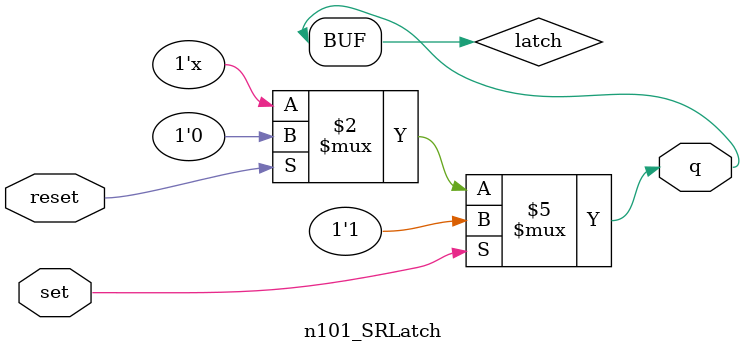
<source format=v>
module n101_SRLatch (
  input set,
  input reset,
  output q
);

  reg latch;

  
  
  always @(set or reset)
  begin
    if (set)
      latch <= 1'b1;
    else if (reset)
      latch <= 1'b0;
  end

  assign q = latch;

endmodule

</source>
